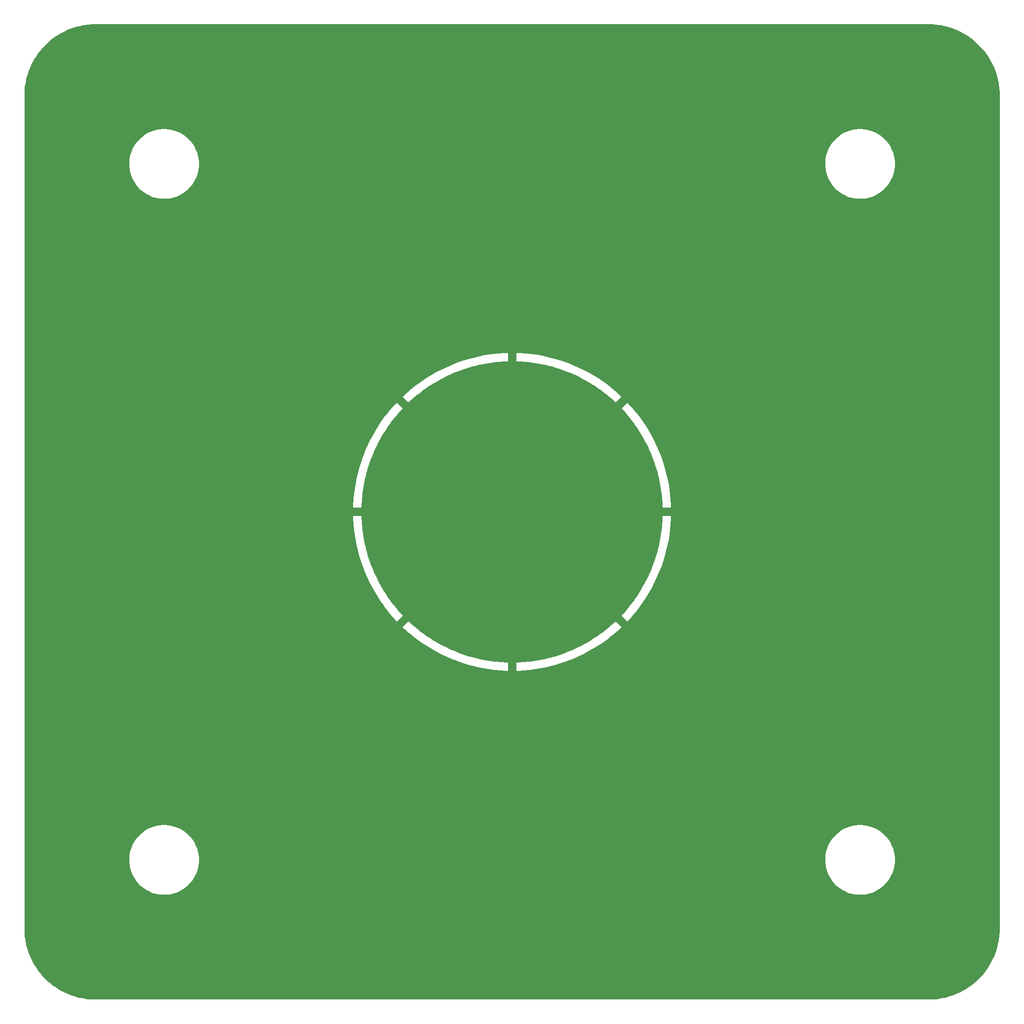
<source format=gbr>
%TF.GenerationSoftware,KiCad,Pcbnew,7.0.9*%
%TF.CreationDate,2024-08-20T17:43:16-06:00*%
%TF.ProjectId,blank_idealvac,626c616e-6b5f-4696-9465-616c7661632e,rev?*%
%TF.SameCoordinates,Original*%
%TF.FileFunction,Copper,L4,Bot*%
%TF.FilePolarity,Positive*%
%FSLAX46Y46*%
G04 Gerber Fmt 4.6, Leading zero omitted, Abs format (unit mm)*
G04 Created by KiCad (PCBNEW 7.0.9) date 2024-08-20 17:43:16*
%MOMM*%
%LPD*%
G01*
G04 APERTURE LIST*
G04 APERTURE END LIST*
%TA.AperFunction,NonConductor*%
G36*
X180416941Y-51414503D02*
G01*
X180605556Y-51419795D01*
X180608761Y-51419970D01*
X181026513Y-51453987D01*
X181319667Y-51478715D01*
X181322776Y-51479058D01*
X181716901Y-51532757D01*
X182029430Y-51576879D01*
X182032372Y-51577368D01*
X182374565Y-51643029D01*
X182414237Y-51650642D01*
X182433058Y-51654385D01*
X182732702Y-51713988D01*
X182735476Y-51714609D01*
X183108161Y-51807292D01*
X183427274Y-51889608D01*
X183429937Y-51890360D01*
X183794157Y-52002193D01*
X183991826Y-52065196D01*
X184112379Y-52103621D01*
X184233328Y-52148054D01*
X184469332Y-52234758D01*
X184663239Y-52308776D01*
X184783317Y-52354613D01*
X184855497Y-52385662D01*
X185131304Y-52504306D01*
X185439389Y-52642165D01*
X185654680Y-52748940D01*
X185777750Y-52809977D01*
X186078602Y-52965400D01*
X186406667Y-53150881D01*
X186406692Y-53150895D01*
X186589176Y-53258539D01*
X186698985Y-53323314D01*
X187016122Y-53526024D01*
X187298711Y-53714844D01*
X187604064Y-53934178D01*
X187875943Y-54138789D01*
X188168715Y-54374126D01*
X188428895Y-54593828D01*
X188708410Y-54844592D01*
X188955914Y-55078587D01*
X189221412Y-55344085D01*
X189455407Y-55591589D01*
X189706171Y-55871104D01*
X189925873Y-56131284D01*
X190161210Y-56424056D01*
X190365825Y-56695941D01*
X190493060Y-56873075D01*
X190585155Y-57001288D01*
X190773975Y-57283877D01*
X190976685Y-57601014D01*
X191149094Y-57893289D01*
X191334599Y-58221398D01*
X191490021Y-58522247D01*
X191657834Y-58860610D01*
X191795706Y-59168723D01*
X191945386Y-59516682D01*
X192065247Y-59830683D01*
X192196378Y-60187620D01*
X192297819Y-60505885D01*
X192409629Y-60870032D01*
X192410395Y-60872744D01*
X192492724Y-61191903D01*
X192585384Y-61564501D01*
X192586026Y-61567369D01*
X192649357Y-61885762D01*
X192722623Y-62267588D01*
X192723125Y-62270604D01*
X192767242Y-62583098D01*
X192820939Y-62977220D01*
X192821288Y-62980379D01*
X192846032Y-63273731D01*
X192880025Y-63691195D01*
X192880205Y-63694489D01*
X192885496Y-63883076D01*
X192899500Y-64400000D01*
X192899500Y-216400000D01*
X192885496Y-216916923D01*
X192880205Y-217105509D01*
X192880025Y-217108803D01*
X192846032Y-217526268D01*
X192821288Y-217819619D01*
X192820939Y-217822778D01*
X192767242Y-218216901D01*
X192723125Y-218529394D01*
X192722623Y-218532410D01*
X192649357Y-218914237D01*
X192586026Y-219232629D01*
X192585384Y-219235497D01*
X192492724Y-219608096D01*
X192410394Y-219927254D01*
X192409629Y-219929966D01*
X192297819Y-220294114D01*
X192196378Y-220612379D01*
X192065247Y-220969316D01*
X191945386Y-221283317D01*
X191795706Y-221631276D01*
X191657834Y-221939389D01*
X191490021Y-222277752D01*
X191334599Y-222578601D01*
X191149094Y-222906710D01*
X190976685Y-223198985D01*
X190773975Y-223516122D01*
X190585155Y-223798711D01*
X190365834Y-224104046D01*
X190161210Y-224375943D01*
X189925873Y-224668715D01*
X189706171Y-224928895D01*
X189455407Y-225208410D01*
X189221412Y-225455914D01*
X188955914Y-225721412D01*
X188708410Y-225955407D01*
X188428895Y-226206171D01*
X188168715Y-226425873D01*
X187875943Y-226661210D01*
X187604046Y-226865834D01*
X187298711Y-227085155D01*
X187016122Y-227273975D01*
X186698985Y-227476685D01*
X186406710Y-227649094D01*
X186078601Y-227834599D01*
X185777752Y-227990021D01*
X185439389Y-228157834D01*
X185131276Y-228295706D01*
X184783317Y-228445386D01*
X184469316Y-228565247D01*
X184112379Y-228696378D01*
X183794114Y-228797819D01*
X183429966Y-228909629D01*
X183427254Y-228910394D01*
X183108096Y-228992724D01*
X182735497Y-229085384D01*
X182732629Y-229086026D01*
X182414237Y-229149357D01*
X182032410Y-229222623D01*
X182029394Y-229223125D01*
X181716901Y-229267242D01*
X181322778Y-229320939D01*
X181319619Y-229321288D01*
X181026268Y-229346032D01*
X180608803Y-229380025D01*
X180605509Y-229380205D01*
X180416923Y-229385496D01*
X179900000Y-229399500D01*
X27900000Y-229399500D01*
X27383076Y-229385496D01*
X27194489Y-229380205D01*
X27191195Y-229380025D01*
X26773731Y-229346032D01*
X26480379Y-229321288D01*
X26477220Y-229320939D01*
X26083098Y-229267242D01*
X25770604Y-229223125D01*
X25767588Y-229222623D01*
X25385762Y-229149357D01*
X25133311Y-229099142D01*
X25067359Y-229086023D01*
X25064501Y-229085384D01*
X24691903Y-228992724D01*
X24372744Y-228910395D01*
X24370032Y-228909629D01*
X24005885Y-228797819D01*
X23687620Y-228696378D01*
X23330683Y-228565247D01*
X23016682Y-228445386D01*
X22668723Y-228295706D01*
X22360610Y-228157834D01*
X22022247Y-227990021D01*
X21721398Y-227834599D01*
X21393289Y-227649094D01*
X21101014Y-227476685D01*
X20783877Y-227273975D01*
X20501288Y-227085155D01*
X20195965Y-226865842D01*
X19924056Y-226661210D01*
X19631284Y-226425873D01*
X19371104Y-226206171D01*
X19091589Y-225955407D01*
X18844085Y-225721412D01*
X18578587Y-225455914D01*
X18344592Y-225208410D01*
X18093828Y-224928895D01*
X17874126Y-224668715D01*
X17638789Y-224375943D01*
X17434178Y-224104064D01*
X17214844Y-223798711D01*
X17026024Y-223516122D01*
X16823314Y-223198985D01*
X16650905Y-222906710D01*
X16465400Y-222578601D01*
X16309978Y-222277752D01*
X16142165Y-221939389D01*
X16004306Y-221631304D01*
X15854613Y-221283317D01*
X15734752Y-220969316D01*
X15603621Y-220612379D01*
X15565196Y-220491826D01*
X15502180Y-220294114D01*
X15390360Y-219929937D01*
X15389608Y-219927274D01*
X15307292Y-219608161D01*
X15214609Y-219235476D01*
X15213988Y-219232702D01*
X15150642Y-218914237D01*
X15138466Y-218850782D01*
X15077368Y-218532372D01*
X15076879Y-218529430D01*
X15032751Y-218216857D01*
X14979059Y-217822778D01*
X14978715Y-217819667D01*
X14953967Y-217526268D01*
X14919970Y-217108761D01*
X14919795Y-217105556D01*
X14914499Y-216916775D01*
X14900500Y-216400000D01*
X14900500Y-204026614D01*
X34033024Y-204026614D01*
X34063210Y-204532072D01*
X34063211Y-204532077D01*
X34133459Y-205033530D01*
X34188637Y-205281772D01*
X34243329Y-205527827D01*
X34318181Y-205771310D01*
X34392124Y-206011835D01*
X34578899Y-206482480D01*
X34802478Y-206936802D01*
X34802478Y-206936803D01*
X35061446Y-207371924D01*
X35061449Y-207371928D01*
X35354170Y-207785102D01*
X35519176Y-207982633D01*
X35678796Y-208173715D01*
X36033270Y-208535309D01*
X36228666Y-208705239D01*
X36415344Y-208867588D01*
X36822616Y-209168466D01*
X36822621Y-209168469D01*
X37252505Y-209436036D01*
X37252506Y-209436037D01*
X37702294Y-209668604D01*
X38169132Y-209864700D01*
X38169137Y-209864701D01*
X38169138Y-209864702D01*
X38650087Y-210023089D01*
X38783071Y-210055435D01*
X39142096Y-210142764D01*
X39642064Y-210222970D01*
X40146820Y-210263200D01*
X40146821Y-210263200D01*
X40526546Y-210263200D01*
X40905957Y-210248104D01*
X41157336Y-210217971D01*
X41408718Y-210187838D01*
X41408717Y-210187838D01*
X41905092Y-210087820D01*
X41905091Y-210087820D01*
X41905097Y-210087819D01*
X42391957Y-209948679D01*
X42391957Y-209948680D01*
X42616495Y-209864700D01*
X42866234Y-209771295D01*
X43324913Y-209556792D01*
X43765100Y-209306526D01*
X44184012Y-209022077D01*
X44579000Y-208705245D01*
X44579002Y-208705242D01*
X44579007Y-208705239D01*
X44947569Y-208358030D01*
X44947569Y-208358029D01*
X45287383Y-207982635D01*
X45596299Y-207581426D01*
X45872362Y-207156941D01*
X46113828Y-206711865D01*
X46319169Y-206249012D01*
X46487087Y-205771308D01*
X46616520Y-205281772D01*
X46706651Y-204783502D01*
X46756909Y-204279643D01*
X46761941Y-204026614D01*
X161033024Y-204026614D01*
X161063210Y-204532072D01*
X161063211Y-204532077D01*
X161133459Y-205033530D01*
X161188637Y-205281772D01*
X161243329Y-205527827D01*
X161318181Y-205771310D01*
X161392124Y-206011835D01*
X161578899Y-206482480D01*
X161802478Y-206936802D01*
X161802478Y-206936803D01*
X162061446Y-207371924D01*
X162061449Y-207371928D01*
X162354170Y-207785102D01*
X162519176Y-207982633D01*
X162678796Y-208173715D01*
X163033270Y-208535309D01*
X163228666Y-208705239D01*
X163415344Y-208867588D01*
X163822616Y-209168466D01*
X163822621Y-209168469D01*
X164252505Y-209436036D01*
X164252506Y-209436037D01*
X164702294Y-209668604D01*
X165169132Y-209864700D01*
X165169137Y-209864701D01*
X165169138Y-209864702D01*
X165650087Y-210023089D01*
X165783071Y-210055435D01*
X166142096Y-210142764D01*
X166642064Y-210222970D01*
X167146820Y-210263200D01*
X167146821Y-210263200D01*
X167526546Y-210263200D01*
X167905957Y-210248104D01*
X168157336Y-210217971D01*
X168408718Y-210187838D01*
X168408717Y-210187838D01*
X168905092Y-210087820D01*
X168905091Y-210087820D01*
X168905097Y-210087819D01*
X169391957Y-209948679D01*
X169391957Y-209948680D01*
X169616495Y-209864700D01*
X169866234Y-209771295D01*
X170324913Y-209556792D01*
X170765100Y-209306526D01*
X171184012Y-209022077D01*
X171579000Y-208705245D01*
X171579002Y-208705242D01*
X171579007Y-208705239D01*
X171947569Y-208358030D01*
X171947569Y-208358029D01*
X172287383Y-207982635D01*
X172596299Y-207581426D01*
X172872362Y-207156941D01*
X173113828Y-206711865D01*
X173319169Y-206249012D01*
X173487087Y-205771308D01*
X173616520Y-205281772D01*
X173706651Y-204783502D01*
X173756909Y-204279643D01*
X173766976Y-203773398D01*
X173766975Y-203773395D01*
X173766976Y-203773386D01*
X173736790Y-203267928D01*
X173701567Y-203016498D01*
X173666541Y-202766470D01*
X173556672Y-202272178D01*
X173556672Y-202272177D01*
X173481819Y-202028692D01*
X173407878Y-201788171D01*
X173221101Y-201317519D01*
X172997522Y-200863198D01*
X172997522Y-200863197D01*
X172738554Y-200428076D01*
X172445830Y-200014898D01*
X172121207Y-199626288D01*
X171766736Y-199264697D01*
X171766735Y-199264696D01*
X171766730Y-199264691D01*
X171570341Y-199093897D01*
X171384656Y-198932412D01*
X170977384Y-198631534D01*
X170547495Y-198363964D01*
X170547494Y-198363963D01*
X170097706Y-198131396D01*
X169630868Y-197935300D01*
X169149916Y-197776912D01*
X169149913Y-197776911D01*
X169016929Y-197744564D01*
X168657904Y-197657236D01*
X168157936Y-197577030D01*
X167653180Y-197536800D01*
X167653179Y-197536800D01*
X167273454Y-197536800D01*
X166894043Y-197551896D01*
X166684367Y-197577030D01*
X166391282Y-197612162D01*
X166391283Y-197612162D01*
X165912679Y-197708599D01*
X165894903Y-197712181D01*
X165408043Y-197851320D01*
X165408038Y-197851322D01*
X164933766Y-198028705D01*
X164475087Y-198243208D01*
X164034900Y-198493474D01*
X163615988Y-198777923D01*
X163423390Y-198932412D01*
X163220993Y-199094761D01*
X163040606Y-199264697D01*
X162852433Y-199441968D01*
X162512617Y-199817365D01*
X162203701Y-200218574D01*
X161927638Y-200643059D01*
X161686172Y-201088135D01*
X161480831Y-201550988D01*
X161312913Y-202028692D01*
X161183480Y-202518228D01*
X161093349Y-203016498D01*
X161068270Y-203267923D01*
X161043091Y-203520357D01*
X161033024Y-204026614D01*
X46761941Y-204026614D01*
X46766976Y-203773398D01*
X46766975Y-203773395D01*
X46766976Y-203773386D01*
X46736790Y-203267928D01*
X46701567Y-203016498D01*
X46666541Y-202766470D01*
X46556672Y-202272178D01*
X46556672Y-202272177D01*
X46481819Y-202028692D01*
X46407878Y-201788171D01*
X46221101Y-201317519D01*
X45997522Y-200863198D01*
X45997522Y-200863197D01*
X45738554Y-200428076D01*
X45445830Y-200014898D01*
X45121207Y-199626288D01*
X44766736Y-199264697D01*
X44766735Y-199264696D01*
X44766730Y-199264691D01*
X44570341Y-199093897D01*
X44384656Y-198932412D01*
X43977384Y-198631534D01*
X43547495Y-198363964D01*
X43547494Y-198363963D01*
X43097706Y-198131396D01*
X42630868Y-197935300D01*
X42149916Y-197776912D01*
X42149913Y-197776911D01*
X42016929Y-197744564D01*
X41657904Y-197657236D01*
X41157936Y-197577030D01*
X40653180Y-197536800D01*
X40653179Y-197536800D01*
X40273454Y-197536800D01*
X39894043Y-197551896D01*
X39684367Y-197577030D01*
X39391282Y-197612162D01*
X39391283Y-197612162D01*
X38912679Y-197708599D01*
X38894903Y-197712181D01*
X38408043Y-197851320D01*
X38408038Y-197851322D01*
X37933766Y-198028705D01*
X37475087Y-198243208D01*
X37034900Y-198493474D01*
X36615988Y-198777923D01*
X36423390Y-198932412D01*
X36220993Y-199094761D01*
X36040606Y-199264697D01*
X35852433Y-199441968D01*
X35512617Y-199817365D01*
X35203701Y-200218574D01*
X34927638Y-200643059D01*
X34686172Y-201088135D01*
X34480831Y-201550988D01*
X34312913Y-202028692D01*
X34183480Y-202518228D01*
X34093349Y-203016498D01*
X34068270Y-203267923D01*
X34043091Y-203520357D01*
X34033024Y-204026614D01*
X14900500Y-204026614D01*
X14900500Y-161429570D01*
X83930384Y-161429570D01*
X83930386Y-161429631D01*
X83945534Y-161444625D01*
X83947700Y-161446025D01*
X84298148Y-161778789D01*
X84676664Y-162113864D01*
X84739639Y-162169611D01*
X84775518Y-162202451D01*
X84778822Y-162204297D01*
X85056859Y-162450425D01*
X85446785Y-162772023D01*
X85560612Y-162865903D01*
X85570847Y-162874603D01*
X85571669Y-162875024D01*
X85838567Y-163095151D01*
X86642319Y-163712178D01*
X87467131Y-164300754D01*
X88138333Y-164745172D01*
X88312000Y-164860161D01*
X89175893Y-165389716D01*
X90057756Y-165888772D01*
X90956512Y-166356720D01*
X91871065Y-166792990D01*
X92800299Y-167197049D01*
X93743079Y-167568404D01*
X94698255Y-167906601D01*
X95664661Y-168211228D01*
X96641118Y-168481913D01*
X97626434Y-168718326D01*
X98619407Y-168920178D01*
X99618824Y-169087223D01*
X100623466Y-169219256D01*
X100967818Y-169252324D01*
X100968483Y-169252591D01*
X100982064Y-169253693D01*
X101632107Y-169316118D01*
X102002745Y-169338681D01*
X102005489Y-169339671D01*
X102054964Y-169341860D01*
X102643516Y-169377689D01*
X103126763Y-169390197D01*
X103130065Y-169390902D01*
X103149996Y-169390839D01*
X103150000Y-169390841D01*
X103150003Y-169390839D01*
X103150460Y-169390838D01*
X103150500Y-169390801D01*
X103150500Y-169390314D01*
X103151449Y-169353782D01*
X103150819Y-169346048D01*
X104648349Y-169346048D01*
X104649500Y-169390314D01*
X104649500Y-169390800D01*
X104649512Y-169390812D01*
X104649513Y-169390813D01*
X104649513Y-169390812D01*
X104649543Y-169390841D01*
X104670340Y-169390843D01*
X104673358Y-169390195D01*
X105156484Y-169377690D01*
X105745140Y-169341854D01*
X105793651Y-169339708D01*
X105797285Y-169338680D01*
X106167893Y-169316119D01*
X106817954Y-169253692D01*
X106831292Y-169252610D01*
X106832180Y-169252325D01*
X107176534Y-169219257D01*
X108181176Y-169087224D01*
X109180593Y-168920179D01*
X110173566Y-168718327D01*
X111158882Y-168481914D01*
X112135339Y-168211229D01*
X113101745Y-167906602D01*
X114056921Y-167568405D01*
X114999702Y-167197050D01*
X115928935Y-166792991D01*
X116843488Y-166356721D01*
X117742245Y-165888773D01*
X118624107Y-165389716D01*
X119488000Y-164860162D01*
X120332869Y-164300755D01*
X121157682Y-163712179D01*
X121961433Y-163095151D01*
X122228297Y-162875050D01*
X122228956Y-162874769D01*
X122239294Y-162865981D01*
X122274752Y-162836737D01*
X122743142Y-162450426D01*
X123021159Y-162204315D01*
X123023798Y-162203076D01*
X123060304Y-162169663D01*
X123123339Y-162113863D01*
X123501853Y-161778789D01*
X123852539Y-161445798D01*
X123855187Y-161444077D01*
X123869287Y-161429951D01*
X123869290Y-161429950D01*
X123869290Y-161429947D01*
X123869613Y-161429625D01*
X123869614Y-161429586D01*
X123869615Y-161429586D01*
X123869614Y-161429585D01*
X123869615Y-161429568D01*
X123869267Y-161429220D01*
X123869248Y-161429200D01*
X123868926Y-161428861D01*
X123845261Y-161403958D01*
X123836036Y-161395989D01*
X123485657Y-161045610D01*
X122808217Y-160368169D01*
X122807892Y-160367826D01*
X122807891Y-160367826D01*
X122807890Y-160367825D01*
X122807815Y-160367823D01*
X122806848Y-160368789D01*
X122422817Y-160719340D01*
X122055407Y-161054071D01*
X121650625Y-161397310D01*
X121267926Y-161719929D01*
X120851389Y-162047746D01*
X120456079Y-162355791D01*
X120028065Y-162668008D01*
X119620970Y-162960789D01*
X119182003Y-163257049D01*
X118763795Y-163534060D01*
X118314391Y-163814026D01*
X117885760Y-164074799D01*
X117426459Y-164338140D01*
X116988102Y-164582244D01*
X116519526Y-164828610D01*
X116072047Y-165055706D01*
X115594822Y-165284770D01*
X115138937Y-165494491D01*
X114653650Y-165705972D01*
X114190054Y-165898000D01*
X113697343Y-166091619D01*
X113226721Y-166265671D01*
X112727260Y-166441161D01*
X112250297Y-166596984D01*
X111744749Y-166754113D01*
X111262157Y-166891476D01*
X110751186Y-167030036D01*
X110263734Y-167148723D01*
X109747934Y-167268547D01*
X109256425Y-167368370D01*
X108736472Y-167469293D01*
X108241590Y-167550125D01*
X107718190Y-167632002D01*
X107220804Y-167693713D01*
X106694474Y-167756447D01*
X106195798Y-167798924D01*
X105666825Y-167842444D01*
X105170607Y-167865540D01*
X104652306Y-167889163D01*
X104649545Y-167889222D01*
X104649486Y-167889284D01*
X104649500Y-167889766D01*
X104649500Y-169342130D01*
X104648349Y-169346048D01*
X103150819Y-169346048D01*
X103150500Y-169342130D01*
X103150500Y-167889766D01*
X103150513Y-167889285D01*
X103150511Y-167889284D01*
X103150461Y-167889231D01*
X103150000Y-167889230D01*
X103149999Y-167889230D01*
X103149077Y-167889228D01*
X103031804Y-167883882D01*
X102630519Y-167865592D01*
X102133146Y-167842443D01*
X101604705Y-167798966D01*
X101105469Y-167756441D01*
X100579489Y-167693749D01*
X100081777Y-167631997D01*
X99558580Y-167550152D01*
X99063491Y-167469287D01*
X98543728Y-167368401D01*
X98052006Y-167268534D01*
X97536386Y-167148752D01*
X97048770Y-167030025D01*
X96537979Y-166891514D01*
X96055164Y-166754088D01*
X95549815Y-166597020D01*
X95072690Y-166441145D01*
X94573347Y-166265696D01*
X94102580Y-166091590D01*
X93610039Y-165898038D01*
X93146252Y-165705931D01*
X92661149Y-165494530D01*
X92339253Y-165346448D01*
X92205073Y-165284721D01*
X91728013Y-165055737D01*
X91280353Y-164828549D01*
X90811975Y-164582287D01*
X90373413Y-164338069D01*
X89914289Y-164074828D01*
X89485480Y-163813947D01*
X89036255Y-163534093D01*
X88617837Y-163256942D01*
X88179074Y-162960821D01*
X88059778Y-162875024D01*
X88006543Y-162836737D01*
X87771710Y-162667846D01*
X87473650Y-162450425D01*
X87343970Y-162355829D01*
X87149511Y-162204297D01*
X86948295Y-162047499D01*
X86532109Y-161719959D01*
X86148984Y-161396980D01*
X85744621Y-161054096D01*
X85376135Y-160718385D01*
X84994159Y-160369711D01*
X84992184Y-160367824D01*
X84992106Y-160367826D01*
X84991763Y-160368188D01*
X83966796Y-161393154D01*
X83963280Y-161395073D01*
X83931074Y-161428861D01*
X83931067Y-161428869D01*
X83930751Y-161429200D01*
X83930384Y-161429570D01*
X14900500Y-161429570D01*
X14900500Y-141149545D01*
X74909157Y-141149545D01*
X74909166Y-141169876D01*
X74909790Y-141172841D01*
X74909806Y-141173448D01*
X74922310Y-141656484D01*
X74983881Y-142667893D01*
X75080743Y-143676534D01*
X75212776Y-144681176D01*
X75379821Y-145680593D01*
X75581673Y-146673566D01*
X75818086Y-147658882D01*
X76088771Y-148635339D01*
X76393398Y-149601745D01*
X76731595Y-150556921D01*
X77102950Y-151499702D01*
X77507009Y-152428935D01*
X77943279Y-153343488D01*
X78411227Y-154242245D01*
X78910284Y-155124107D01*
X79439838Y-155988000D01*
X79999245Y-156832869D01*
X80369479Y-157351704D01*
X80587821Y-157657682D01*
X81204849Y-158461433D01*
X81424947Y-158728295D01*
X81425230Y-158728957D01*
X81434080Y-158739369D01*
X81849574Y-159243142D01*
X82095671Y-159521145D01*
X82096909Y-159523783D01*
X82130338Y-159560307D01*
X82521211Y-160001853D01*
X82854457Y-160352810D01*
X82856299Y-160355624D01*
X82870373Y-160369614D01*
X82870413Y-160369614D01*
X82870414Y-160369615D01*
X82870414Y-160369614D01*
X82870435Y-160369615D01*
X82870797Y-160369250D01*
X82899945Y-160341631D01*
X82906763Y-160333283D01*
X83931811Y-159308235D01*
X83932174Y-159307892D01*
X83932173Y-159307891D01*
X83932174Y-159307891D01*
X83932176Y-159307820D01*
X83932167Y-159307811D01*
X123867823Y-159307811D01*
X123867825Y-159307892D01*
X123868168Y-159308217D01*
X124895989Y-160336036D01*
X124897864Y-160339471D01*
X124928861Y-160368925D01*
X124928861Y-160368926D01*
X124929130Y-160369182D01*
X124929220Y-160369267D01*
X124929568Y-160369615D01*
X124929585Y-160369614D01*
X124929586Y-160369615D01*
X124929586Y-160369614D01*
X124929624Y-160369613D01*
X124929946Y-160369291D01*
X124929950Y-160369290D01*
X124929951Y-160369286D01*
X124943981Y-160355301D01*
X124945740Y-160352600D01*
X124956156Y-160341631D01*
X125278789Y-160001852D01*
X125669659Y-159560307D01*
X125702448Y-159524483D01*
X125704296Y-159521178D01*
X125950425Y-159243141D01*
X126365987Y-158739286D01*
X126374598Y-158729158D01*
X126375025Y-158728328D01*
X126595151Y-158461433D01*
X127212178Y-157657681D01*
X127800754Y-156832869D01*
X128360161Y-155988000D01*
X128889716Y-155124107D01*
X129388772Y-154242244D01*
X129856720Y-153343488D01*
X130292990Y-152428935D01*
X130697049Y-151499701D01*
X131068404Y-150556921D01*
X131406601Y-149601745D01*
X131711228Y-148635339D01*
X131981913Y-147658882D01*
X132218326Y-146673566D01*
X132420178Y-145680593D01*
X132587223Y-144681176D01*
X132719256Y-143676534D01*
X132816118Y-142667893D01*
X132877689Y-141656484D01*
X132877796Y-141652348D01*
X132890191Y-141173443D01*
X132890830Y-141170481D01*
X132890839Y-141150002D01*
X132890841Y-141150000D01*
X132890839Y-141149997D01*
X132890840Y-141149542D01*
X132890812Y-141149513D01*
X132890813Y-141149513D01*
X132890812Y-141149512D01*
X132890800Y-141149500D01*
X132890399Y-141149500D01*
X132890313Y-141149500D01*
X132889813Y-141149487D01*
X132849811Y-141148446D01*
X132839378Y-141149500D01*
X131389766Y-141149500D01*
X131389284Y-141149486D01*
X131389224Y-141149543D01*
X131389164Y-141152319D01*
X131365591Y-141669502D01*
X131342443Y-142166853D01*
X131298966Y-142695294D01*
X131256441Y-143194530D01*
X131193749Y-143720510D01*
X131131997Y-144218222D01*
X131050152Y-144741419D01*
X130969287Y-145236508D01*
X130868401Y-145756271D01*
X130768534Y-146247993D01*
X130648752Y-146763613D01*
X130530025Y-147251229D01*
X130391514Y-147762020D01*
X130254088Y-148244835D01*
X130097020Y-148750184D01*
X129941145Y-149227309D01*
X129765696Y-149726652D01*
X129591590Y-150197419D01*
X129398038Y-150689960D01*
X129205931Y-151153747D01*
X128994530Y-151638850D01*
X128784729Y-152094911D01*
X128555737Y-152571986D01*
X128328549Y-153019646D01*
X128082287Y-153488024D01*
X127838069Y-153926586D01*
X127574828Y-154385710D01*
X127313947Y-154814519D01*
X127034093Y-155263744D01*
X126756942Y-155682162D01*
X126460821Y-156120925D01*
X126167846Y-156528289D01*
X125855832Y-156956025D01*
X125547499Y-157351704D01*
X125219959Y-157767890D01*
X124896980Y-158151015D01*
X124554096Y-158555378D01*
X124218591Y-158923638D01*
X123869741Y-159305805D01*
X123867823Y-159307811D01*
X83932167Y-159307811D01*
X83931168Y-159306802D01*
X83581120Y-158923322D01*
X83245915Y-158555391D01*
X83126464Y-158414522D01*
X82902839Y-158150801D01*
X82580056Y-157767909D01*
X82252355Y-157351518D01*
X81944194Y-156956058D01*
X81632062Y-156528163D01*
X81339195Y-156120947D01*
X81043004Y-155682082D01*
X80787160Y-155295831D01*
X80765923Y-155263770D01*
X80486010Y-154814450D01*
X80225189Y-154385740D01*
X80050455Y-154080983D01*
X79961871Y-153926481D01*
X79717739Y-153488073D01*
X79717713Y-153488024D01*
X79471402Y-153019553D01*
X79244297Y-152572056D01*
X79015228Y-152094820D01*
X78805496Y-151638910D01*
X78594043Y-151153688D01*
X78401992Y-150690037D01*
X78208390Y-150197369D01*
X78034316Y-149726687D01*
X77858837Y-149227256D01*
X77703001Y-148750253D01*
X77545898Y-148244787D01*
X77408503Y-147762083D01*
X77269973Y-147251222D01*
X77151248Y-146763613D01*
X77031456Y-146247949D01*
X76931629Y-145756424D01*
X76830706Y-145236472D01*
X76749861Y-144741505D01*
X76735699Y-144650971D01*
X76668001Y-144218213D01*
X76606273Y-143720695D01*
X76543555Y-143194495D01*
X76501085Y-142695913D01*
X76457554Y-142166824D01*
X76434436Y-141670109D01*
X76410835Y-141152302D01*
X76410777Y-141149545D01*
X76410715Y-141149486D01*
X76410234Y-141149500D01*
X74960622Y-141149500D01*
X74956477Y-141148283D01*
X74909687Y-141149500D01*
X74909200Y-141149500D01*
X74909187Y-141149512D01*
X74909187Y-141149513D01*
X74909157Y-141149545D01*
X14900500Y-141149545D01*
X14900500Y-139630502D01*
X74909111Y-139630502D01*
X74909159Y-139650458D01*
X74909199Y-139650500D01*
X74909601Y-139650500D01*
X74909687Y-139650500D01*
X74950188Y-139651553D01*
X74960622Y-139650500D01*
X76410234Y-139650500D01*
X76410715Y-139650513D01*
X76410715Y-139650511D01*
X76410769Y-139650461D01*
X76410770Y-139649077D01*
X76434400Y-139130662D01*
X76457554Y-138633171D01*
X76501045Y-138104553D01*
X76543556Y-137605481D01*
X76606264Y-137079373D01*
X76667997Y-136581806D01*
X76749852Y-136058546D01*
X76749875Y-136058409D01*
X76830710Y-135563500D01*
X76931606Y-135043686D01*
X77031459Y-134552033D01*
X77151264Y-134036317D01*
X77269967Y-133548797D01*
X77408490Y-133037959D01*
X77545887Y-132555250D01*
X77545908Y-132555175D01*
X77702982Y-132049804D01*
X77703016Y-132049702D01*
X77858844Y-131572720D01*
X78034316Y-131073311D01*
X78208396Y-130602612D01*
X78401976Y-130110000D01*
X78594052Y-129646289D01*
X78805474Y-129161136D01*
X78805509Y-129161062D01*
X79015266Y-128705098D01*
X79244271Y-128227993D01*
X79471431Y-127780388D01*
X79717729Y-127311943D01*
X79961893Y-126873477D01*
X80225187Y-126414262D01*
X80486044Y-125985492D01*
X80765919Y-125536234D01*
X81043037Y-125117866D01*
X81339190Y-124679057D01*
X81632071Y-124271822D01*
X81944191Y-123843942D01*
X82252400Y-123448421D01*
X82580069Y-123032073D01*
X82902714Y-122649344D01*
X83245910Y-122244613D01*
X83581472Y-121876290D01*
X83931207Y-121493151D01*
X83931843Y-121492511D01*
X83931849Y-121492509D01*
X83931851Y-121492503D01*
X83932162Y-121492191D01*
X123867823Y-121492191D01*
X123869752Y-121494205D01*
X124219112Y-121876932D01*
X124554070Y-122244591D01*
X124896827Y-122648805D01*
X124897310Y-122649374D01*
X125219929Y-123032073D01*
X125547746Y-123448610D01*
X125855795Y-123843926D01*
X125912365Y-123921478D01*
X126168008Y-124271934D01*
X126460789Y-124679029D01*
X126757049Y-125117996D01*
X127034060Y-125536204D01*
X127314026Y-125985608D01*
X127574790Y-126414225D01*
X127657084Y-126557755D01*
X127838140Y-126873540D01*
X128082244Y-127311897D01*
X128328610Y-127780473D01*
X128555706Y-128227952D01*
X128784770Y-128705177D01*
X128994491Y-129161062D01*
X129205972Y-129646349D01*
X129398000Y-130109945D01*
X129591619Y-130602656D01*
X129765666Y-131073264D01*
X129809583Y-131198255D01*
X129941161Y-131572739D01*
X130096984Y-132049702D01*
X130254113Y-132555250D01*
X130391476Y-133037842D01*
X130530036Y-133548813D01*
X130648723Y-134036265D01*
X130768547Y-134552065D01*
X130868370Y-135043574D01*
X130969293Y-135563527D01*
X131050125Y-136058409D01*
X131132002Y-136581809D01*
X131193713Y-137079195D01*
X131256447Y-137605525D01*
X131298924Y-138104201D01*
X131342444Y-138633174D01*
X131365541Y-139129414D01*
X131389229Y-139649124D01*
X131389230Y-139650460D01*
X131389285Y-139650512D01*
X131389285Y-139650513D01*
X131389766Y-139650500D01*
X132839378Y-139650500D01*
X132843522Y-139651716D01*
X132890313Y-139650500D01*
X132890801Y-139650500D01*
X132890838Y-139650460D01*
X132890839Y-139650002D01*
X132890841Y-139650000D01*
X132890839Y-139649997D01*
X132890915Y-139630210D01*
X132890200Y-139626851D01*
X132877690Y-139143516D01*
X132816119Y-138132107D01*
X132719257Y-137123466D01*
X132587224Y-136118824D01*
X132420179Y-135119407D01*
X132218327Y-134126434D01*
X131981914Y-133141118D01*
X131711229Y-132164661D01*
X131406602Y-131198255D01*
X131068405Y-130243079D01*
X130697050Y-129300298D01*
X130292991Y-128371065D01*
X129856721Y-127456512D01*
X129388773Y-126557755D01*
X128889716Y-125675893D01*
X128360162Y-124812000D01*
X127800755Y-123967131D01*
X127212179Y-123142318D01*
X126595151Y-122338567D01*
X126517644Y-122244592D01*
X126375051Y-122071702D01*
X126374769Y-122071043D01*
X126365956Y-122060675D01*
X125950426Y-121556858D01*
X125704313Y-121278838D01*
X125703074Y-121276199D01*
X125669643Y-121239673D01*
X125278789Y-120798147D01*
X124945649Y-120447302D01*
X124944083Y-120444901D01*
X124929627Y-120430386D01*
X124929573Y-120430384D01*
X124929225Y-120430727D01*
X124901525Y-120457124D01*
X124894649Y-120465302D01*
X124389823Y-120970127D01*
X123868169Y-121491782D01*
X123867827Y-121492107D01*
X123867826Y-121492108D01*
X123867823Y-121492191D01*
X83932162Y-121492191D01*
X83932175Y-121492178D01*
X83932173Y-121492108D01*
X83932174Y-121492108D01*
X83931811Y-121491764D01*
X82908317Y-120468269D01*
X82906206Y-120464403D01*
X82870796Y-120430748D01*
X82870432Y-120430384D01*
X82870369Y-120430386D01*
X82855828Y-120445018D01*
X82854313Y-120447341D01*
X82521211Y-120798148D01*
X82130410Y-121239614D01*
X82097558Y-121275507D01*
X82095704Y-121278819D01*
X81849575Y-121556859D01*
X81434127Y-122060573D01*
X81425403Y-122070837D01*
X81424976Y-122071669D01*
X81204849Y-122338567D01*
X80587822Y-123142319D01*
X79999246Y-123967131D01*
X79439839Y-124812000D01*
X78910284Y-125675893D01*
X78411228Y-126557756D01*
X77943280Y-127456512D01*
X77507010Y-128371065D01*
X77102951Y-129300299D01*
X76731596Y-130243079D01*
X76393399Y-131198255D01*
X76088772Y-132164661D01*
X75818087Y-133141118D01*
X75581674Y-134126434D01*
X75379822Y-135119407D01*
X75212777Y-136118824D01*
X75080744Y-137123466D01*
X74983882Y-138132107D01*
X74922311Y-139143516D01*
X74909788Y-139627269D01*
X74909111Y-139630502D01*
X14900500Y-139630502D01*
X14900500Y-119370433D01*
X83930384Y-119370433D01*
X83930750Y-119370799D01*
X83960766Y-119402376D01*
X83968271Y-119408319D01*
X84991764Y-120431811D01*
X84992108Y-120432174D01*
X84992108Y-120432173D01*
X84992181Y-120432175D01*
X84992507Y-120431849D01*
X84992509Y-120431849D01*
X84992509Y-120431847D01*
X84993155Y-120431205D01*
X84993656Y-120430748D01*
X85376683Y-120081114D01*
X85744612Y-119745911D01*
X86149399Y-119402668D01*
X86532092Y-119080054D01*
X86948646Y-118752225D01*
X87343924Y-118444206D01*
X87771947Y-118131981D01*
X88179029Y-117839210D01*
X88617999Y-117542948D01*
X89036202Y-117265940D01*
X89485646Y-116985949D01*
X89914255Y-116725192D01*
X90373529Y-116461865D01*
X90811903Y-116217751D01*
X91280518Y-115971365D01*
X91727947Y-115744295D01*
X92205172Y-115515232D01*
X92661100Y-115305491D01*
X93146358Y-115094023D01*
X93609984Y-114901984D01*
X94102668Y-114708376D01*
X94573298Y-114534321D01*
X95072776Y-114358825D01*
X95549681Y-114203021D01*
X96055227Y-114045893D01*
X96537846Y-113908522D01*
X97048802Y-113769966D01*
X97536337Y-113651259D01*
X98052073Y-113531450D01*
X98543535Y-113431637D01*
X99063548Y-113330702D01*
X99558431Y-113249871D01*
X100081801Y-113167998D01*
X100579274Y-113106277D01*
X101105514Y-113043553D01*
X101604189Y-113001076D01*
X102133180Y-112957554D01*
X102628976Y-112934478D01*
X103147733Y-112910833D01*
X103150459Y-112910770D01*
X103150511Y-112910715D01*
X103150513Y-112910715D01*
X103150500Y-112910234D01*
X103150500Y-111460622D01*
X103151716Y-111456477D01*
X103151553Y-111450188D01*
X104648446Y-111450188D01*
X104649500Y-111460622D01*
X104649500Y-112910234D01*
X104649486Y-112910715D01*
X104649542Y-112910774D01*
X104652311Y-112910834D01*
X105169215Y-112934394D01*
X105666832Y-112957554D01*
X106195549Y-113001054D01*
X106694528Y-113043558D01*
X107220622Y-113106264D01*
X107718216Y-113168001D01*
X108241406Y-113249845D01*
X108736504Y-113330711D01*
X109256343Y-113431612D01*
X109747994Y-113531465D01*
X110263670Y-113651261D01*
X110751227Y-113769974D01*
X111260171Y-113907983D01*
X111262020Y-113908485D01*
X111744817Y-114045906D01*
X112195957Y-114186124D01*
X112250184Y-114202979D01*
X112333685Y-114230258D01*
X112727288Y-114358847D01*
X113226670Y-114534309D01*
X113697415Y-114708408D01*
X114189973Y-114901966D01*
X114653743Y-115094066D01*
X115010471Y-115249523D01*
X115138850Y-115305469D01*
X115213077Y-115339615D01*
X115594926Y-115515278D01*
X116072010Y-115744273D01*
X116519623Y-115971438D01*
X116988043Y-116217722D01*
X117426579Y-116461926D01*
X117885730Y-116725182D01*
X118117653Y-116866281D01*
X118314519Y-116986052D01*
X118763764Y-117265918D01*
X118822008Y-117304499D01*
X119182162Y-117543057D01*
X119620937Y-117839187D01*
X119862005Y-118012562D01*
X120028289Y-118132153D01*
X120235973Y-118283649D01*
X120456020Y-118444164D01*
X120650453Y-118595675D01*
X120851704Y-118752500D01*
X121267890Y-119080040D01*
X121651015Y-119403019D01*
X122055378Y-119745903D01*
X122423572Y-120081348D01*
X122423799Y-120081554D01*
X122806831Y-120431192D01*
X122807817Y-120432176D01*
X122807890Y-120432174D01*
X122807890Y-120432173D01*
X122807892Y-120432174D01*
X122808217Y-120431830D01*
X123834613Y-119405432D01*
X123838372Y-119403380D01*
X123869270Y-119370776D01*
X123869616Y-119370435D01*
X123869614Y-119370376D01*
X123855810Y-119356473D01*
X123852965Y-119354606D01*
X123501852Y-119021211D01*
X123060368Y-118630395D01*
X123024494Y-118597560D01*
X123021177Y-118595701D01*
X122743141Y-118349575D01*
X122239396Y-117934102D01*
X122229168Y-117925409D01*
X122228328Y-117924975D01*
X122228296Y-117924949D01*
X121961433Y-117704849D01*
X121157681Y-117087822D01*
X120847220Y-116866281D01*
X120332869Y-116499246D01*
X119488000Y-115939839D01*
X118624107Y-115410284D01*
X117742244Y-114911228D01*
X116843488Y-114443280D01*
X115928935Y-114007010D01*
X114999701Y-113602951D01*
X114056921Y-113231596D01*
X113101745Y-112893399D01*
X112135339Y-112588772D01*
X111158882Y-112318087D01*
X110173566Y-112081674D01*
X109180593Y-111879822D01*
X108181176Y-111712777D01*
X107176534Y-111580744D01*
X106832180Y-111547674D01*
X106831513Y-111547406D01*
X106817877Y-111546301D01*
X106167893Y-111483882D01*
X106167877Y-111483881D01*
X105797249Y-111461318D01*
X105794502Y-111460327D01*
X105744944Y-111458134D01*
X105156484Y-111422311D01*
X104672938Y-111409794D01*
X104670034Y-111409180D01*
X104649545Y-111409157D01*
X104649513Y-111409187D01*
X104649512Y-111409187D01*
X104649500Y-111409200D01*
X104649500Y-111409687D01*
X104648446Y-111450188D01*
X103151553Y-111450188D01*
X103150500Y-111409687D01*
X103150500Y-111409198D01*
X103150459Y-111409159D01*
X103130666Y-111409097D01*
X103127367Y-111409785D01*
X102643516Y-111422310D01*
X102054969Y-111458138D01*
X102006366Y-111460289D01*
X102002715Y-111461319D01*
X101632107Y-111483881D01*
X100982090Y-111546303D01*
X100968684Y-111547390D01*
X100967788Y-111547676D01*
X100623466Y-111580743D01*
X99618824Y-111712776D01*
X98619407Y-111879821D01*
X97626434Y-112081673D01*
X96641118Y-112318086D01*
X95664661Y-112588771D01*
X94698255Y-112893398D01*
X93743079Y-113231595D01*
X92800298Y-113602950D01*
X91871065Y-114007009D01*
X90956512Y-114443279D01*
X90057755Y-114911227D01*
X89175893Y-115410284D01*
X88312000Y-115939838D01*
X87467131Y-116499245D01*
X86784934Y-116986052D01*
X86642318Y-117087821D01*
X85838567Y-117704849D01*
X85571702Y-117924949D01*
X85571039Y-117925232D01*
X85560603Y-117934103D01*
X85056858Y-118349574D01*
X84778850Y-118595675D01*
X84776213Y-118596912D01*
X84739670Y-118630359D01*
X84298147Y-119021211D01*
X83947034Y-119354603D01*
X83944453Y-119356298D01*
X83930386Y-119370369D01*
X83930384Y-119370433D01*
X14900500Y-119370433D01*
X14900500Y-77026614D01*
X34033024Y-77026614D01*
X34063210Y-77532072D01*
X34063211Y-77532077D01*
X34133459Y-78033530D01*
X34188637Y-78281772D01*
X34243329Y-78527827D01*
X34318181Y-78771310D01*
X34392124Y-79011835D01*
X34578899Y-79482480D01*
X34802478Y-79936802D01*
X34802478Y-79936803D01*
X35061446Y-80371924D01*
X35061449Y-80371928D01*
X35354170Y-80785102D01*
X35519176Y-80982633D01*
X35678796Y-81173715D01*
X36033270Y-81535309D01*
X36228666Y-81705239D01*
X36415344Y-81867588D01*
X36822616Y-82168466D01*
X36822621Y-82168469D01*
X37252505Y-82436036D01*
X37252506Y-82436037D01*
X37702294Y-82668604D01*
X38169132Y-82864700D01*
X38169137Y-82864701D01*
X38169138Y-82864702D01*
X38650087Y-83023089D01*
X38783071Y-83055435D01*
X39142096Y-83142764D01*
X39642064Y-83222970D01*
X40146820Y-83263200D01*
X40146821Y-83263200D01*
X40526546Y-83263200D01*
X40905957Y-83248104D01*
X41157336Y-83217971D01*
X41408718Y-83187838D01*
X41408717Y-83187838D01*
X41905092Y-83087820D01*
X41905091Y-83087820D01*
X41905097Y-83087819D01*
X42391957Y-82948679D01*
X42391957Y-82948680D01*
X42616495Y-82864700D01*
X42866234Y-82771295D01*
X43324913Y-82556792D01*
X43765100Y-82306526D01*
X44184012Y-82022077D01*
X44579000Y-81705245D01*
X44579002Y-81705242D01*
X44579007Y-81705239D01*
X44947569Y-81358030D01*
X44947569Y-81358029D01*
X45287383Y-80982635D01*
X45596299Y-80581426D01*
X45872362Y-80156941D01*
X46113828Y-79711865D01*
X46319169Y-79249012D01*
X46487087Y-78771308D01*
X46616520Y-78281772D01*
X46706651Y-77783502D01*
X46756909Y-77279643D01*
X46761941Y-77026614D01*
X161033024Y-77026614D01*
X161063210Y-77532072D01*
X161063211Y-77532077D01*
X161133459Y-78033530D01*
X161188637Y-78281772D01*
X161243329Y-78527827D01*
X161318181Y-78771310D01*
X161392124Y-79011835D01*
X161578899Y-79482480D01*
X161802478Y-79936802D01*
X161802478Y-79936803D01*
X162061446Y-80371924D01*
X162061449Y-80371928D01*
X162354170Y-80785102D01*
X162519176Y-80982633D01*
X162678796Y-81173715D01*
X163033270Y-81535309D01*
X163228666Y-81705239D01*
X163415344Y-81867588D01*
X163822616Y-82168466D01*
X163822621Y-82168469D01*
X164252505Y-82436036D01*
X164252506Y-82436037D01*
X164702294Y-82668604D01*
X165169132Y-82864700D01*
X165169137Y-82864701D01*
X165169138Y-82864702D01*
X165650087Y-83023089D01*
X165783071Y-83055435D01*
X166142096Y-83142764D01*
X166642064Y-83222970D01*
X167146820Y-83263200D01*
X167146821Y-83263200D01*
X167526546Y-83263200D01*
X167905957Y-83248104D01*
X168157336Y-83217971D01*
X168408718Y-83187838D01*
X168408717Y-83187838D01*
X168905092Y-83087820D01*
X168905091Y-83087820D01*
X168905097Y-83087819D01*
X169391957Y-82948679D01*
X169391957Y-82948680D01*
X169616495Y-82864700D01*
X169866234Y-82771295D01*
X170324913Y-82556792D01*
X170765100Y-82306526D01*
X171184012Y-82022077D01*
X171579000Y-81705245D01*
X171579002Y-81705242D01*
X171579007Y-81705239D01*
X171947569Y-81358030D01*
X171947569Y-81358029D01*
X172287383Y-80982635D01*
X172596299Y-80581426D01*
X172872362Y-80156941D01*
X173113828Y-79711865D01*
X173319169Y-79249012D01*
X173487087Y-78771308D01*
X173616520Y-78281772D01*
X173706651Y-77783502D01*
X173756909Y-77279643D01*
X173766976Y-76773398D01*
X173766975Y-76773395D01*
X173766976Y-76773386D01*
X173736790Y-76267928D01*
X173701567Y-76016498D01*
X173666541Y-75766470D01*
X173556672Y-75272178D01*
X173556672Y-75272177D01*
X173481819Y-75028692D01*
X173407878Y-74788171D01*
X173221101Y-74317519D01*
X172997522Y-73863198D01*
X172997522Y-73863197D01*
X172738554Y-73428076D01*
X172445830Y-73014898D01*
X172121207Y-72626288D01*
X171766736Y-72264697D01*
X171766735Y-72264696D01*
X171766730Y-72264691D01*
X171570341Y-72093897D01*
X171384656Y-71932412D01*
X170977384Y-71631534D01*
X170547495Y-71363964D01*
X170547494Y-71363963D01*
X170097706Y-71131396D01*
X169630868Y-70935300D01*
X169149916Y-70776912D01*
X169149913Y-70776911D01*
X169016929Y-70744564D01*
X168657904Y-70657236D01*
X168157936Y-70577030D01*
X167653180Y-70536800D01*
X167653179Y-70536800D01*
X167273454Y-70536800D01*
X166894043Y-70551896D01*
X166684367Y-70577030D01*
X166391282Y-70612162D01*
X166391283Y-70612162D01*
X165912679Y-70708599D01*
X165894903Y-70712181D01*
X165408043Y-70851320D01*
X165408038Y-70851322D01*
X164933766Y-71028705D01*
X164475087Y-71243208D01*
X164034900Y-71493474D01*
X163615988Y-71777923D01*
X163423390Y-71932412D01*
X163220993Y-72094761D01*
X163040606Y-72264697D01*
X162852433Y-72441968D01*
X162512617Y-72817365D01*
X162203701Y-73218574D01*
X161927638Y-73643059D01*
X161686172Y-74088135D01*
X161480831Y-74550988D01*
X161312913Y-75028692D01*
X161183480Y-75518228D01*
X161093349Y-76016498D01*
X161068270Y-76267923D01*
X161043091Y-76520357D01*
X161033024Y-77026614D01*
X46761941Y-77026614D01*
X46766976Y-76773398D01*
X46766975Y-76773395D01*
X46766976Y-76773386D01*
X46736790Y-76267928D01*
X46701567Y-76016498D01*
X46666541Y-75766470D01*
X46556672Y-75272178D01*
X46556672Y-75272177D01*
X46481819Y-75028692D01*
X46407878Y-74788171D01*
X46221101Y-74317519D01*
X45997522Y-73863198D01*
X45997522Y-73863197D01*
X45738554Y-73428076D01*
X45445830Y-73014898D01*
X45121207Y-72626288D01*
X44766736Y-72264697D01*
X44766735Y-72264696D01*
X44766730Y-72264691D01*
X44570341Y-72093897D01*
X44384656Y-71932412D01*
X43977384Y-71631534D01*
X43547495Y-71363964D01*
X43547494Y-71363963D01*
X43097706Y-71131396D01*
X42630868Y-70935300D01*
X42149916Y-70776912D01*
X42149913Y-70776911D01*
X42016929Y-70744564D01*
X41657904Y-70657236D01*
X41157936Y-70577030D01*
X40653180Y-70536800D01*
X40653179Y-70536800D01*
X40273454Y-70536800D01*
X39894043Y-70551896D01*
X39684367Y-70577030D01*
X39391282Y-70612162D01*
X39391283Y-70612162D01*
X38912679Y-70708599D01*
X38894903Y-70712181D01*
X38408043Y-70851320D01*
X38408038Y-70851322D01*
X37933766Y-71028705D01*
X37475087Y-71243208D01*
X37034900Y-71493474D01*
X36615988Y-71777923D01*
X36423390Y-71932412D01*
X36220993Y-72094761D01*
X36040606Y-72264697D01*
X35852433Y-72441968D01*
X35512617Y-72817365D01*
X35203701Y-73218574D01*
X34927638Y-73643059D01*
X34686172Y-74088135D01*
X34480831Y-74550988D01*
X34312913Y-75028692D01*
X34183480Y-75518228D01*
X34093349Y-76016498D01*
X34068270Y-76267923D01*
X34043091Y-76520357D01*
X34033024Y-77026614D01*
X14900500Y-77026614D01*
X14900500Y-64400000D01*
X14914503Y-63883077D01*
X14914503Y-63883076D01*
X14919795Y-63694438D01*
X14919970Y-63691242D01*
X14953978Y-63273589D01*
X14978716Y-62980324D01*
X14979059Y-62977220D01*
X15032757Y-62583098D01*
X15076881Y-62270555D01*
X15077366Y-62267640D01*
X15150644Y-61885750D01*
X15213992Y-61567279D01*
X15214604Y-61564541D01*
X15307300Y-61191806D01*
X15389614Y-60872702D01*
X15390353Y-60870086D01*
X15502186Y-60505867D01*
X15603621Y-60187620D01*
X15734770Y-59830635D01*
X15854602Y-59516707D01*
X16004312Y-59168680D01*
X16142156Y-58860629D01*
X16309981Y-58522241D01*
X16465392Y-58221412D01*
X16650924Y-57893256D01*
X16823314Y-57601014D01*
X17026034Y-57283860D01*
X17214845Y-57001288D01*
X17434177Y-56695937D01*
X17638779Y-56424069D01*
X17874149Y-56131255D01*
X18093801Y-55871134D01*
X18344603Y-55591577D01*
X18578569Y-55344103D01*
X18844103Y-55078569D01*
X19091590Y-54844592D01*
X19371134Y-54593801D01*
X19631255Y-54374149D01*
X19924069Y-54138779D01*
X20195937Y-53934177D01*
X20501289Y-53714843D01*
X20783850Y-53526041D01*
X21101023Y-53323308D01*
X21393256Y-53150924D01*
X21721412Y-52965392D01*
X22022250Y-52809977D01*
X22360629Y-52642156D01*
X22668680Y-52504312D01*
X23016684Y-52354612D01*
X23330635Y-52234770D01*
X23687620Y-52103620D01*
X23713077Y-52095507D01*
X24005867Y-52002186D01*
X24370086Y-51890353D01*
X24372702Y-51889614D01*
X24691806Y-51807300D01*
X25064541Y-51714604D01*
X25067279Y-51713992D01*
X25385634Y-51650666D01*
X25767640Y-51577366D01*
X25770555Y-51576881D01*
X26083031Y-51532766D01*
X26477231Y-51479057D01*
X26480324Y-51478716D01*
X26773581Y-51453979D01*
X27191242Y-51419970D01*
X27194438Y-51419795D01*
X27382806Y-51414510D01*
X27900000Y-51400500D01*
X27900500Y-51400500D01*
X179899500Y-51400500D01*
X179900000Y-51400500D01*
X180416941Y-51414503D01*
G37*
%TD.AperFunction*%
M02*

</source>
